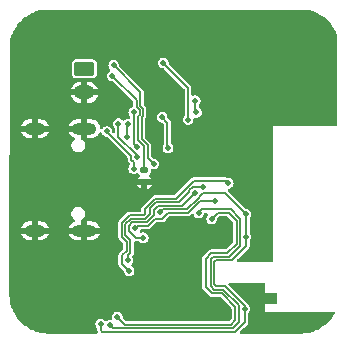
<source format=gbl>
G04 #@! TF.GenerationSoftware,KiCad,Pcbnew,8.0.2*
G04 #@! TF.CreationDate,2024-05-26T21:31:59+02:00*
G04 #@! TF.ProjectId,ESP32-C3,45535033-322d-4433-932e-6b696361645f,rev?*
G04 #@! TF.SameCoordinates,Original*
G04 #@! TF.FileFunction,Copper,L2,Bot*
G04 #@! TF.FilePolarity,Positive*
%FSLAX46Y46*%
G04 Gerber Fmt 4.6, Leading zero omitted, Abs format (unit mm)*
G04 Created by KiCad (PCBNEW 8.0.2) date 2024-05-26 21:31:59*
%MOMM*%
%LPD*%
G01*
G04 APERTURE LIST*
G04 Aperture macros list*
%AMRoundRect*
0 Rectangle with rounded corners*
0 $1 Rounding radius*
0 $2 $3 $4 $5 $6 $7 $8 $9 X,Y pos of 4 corners*
0 Add a 4 corners polygon primitive as box body*
4,1,4,$2,$3,$4,$5,$6,$7,$8,$9,$2,$3,0*
0 Add four circle primitives for the rounded corners*
1,1,$1+$1,$2,$3*
1,1,$1+$1,$4,$5*
1,1,$1+$1,$6,$7*
1,1,$1+$1,$8,$9*
0 Add four rect primitives between the rounded corners*
20,1,$1+$1,$2,$3,$4,$5,0*
20,1,$1+$1,$4,$5,$6,$7,0*
20,1,$1+$1,$6,$7,$8,$9,0*
20,1,$1+$1,$8,$9,$2,$3,0*%
G04 Aperture macros list end*
G04 #@! TA.AperFunction,ComponentPad*
%ADD10O,2.100000X1.000000*%
G04 #@! TD*
G04 #@! TA.AperFunction,ComponentPad*
%ADD11O,1.800000X1.000000*%
G04 #@! TD*
G04 #@! TA.AperFunction,ComponentPad*
%ADD12R,0.500000X0.900000*%
G04 #@! TD*
G04 #@! TA.AperFunction,ComponentPad*
%ADD13RoundRect,0.250000X-0.625000X0.350000X-0.625000X-0.350000X0.625000X-0.350000X0.625000X0.350000X0*%
G04 #@! TD*
G04 #@! TA.AperFunction,ComponentPad*
%ADD14O,1.750000X1.200000*%
G04 #@! TD*
G04 #@! TA.AperFunction,SMDPad,CuDef*
%ADD15RoundRect,0.135000X-0.185000X0.135000X-0.185000X-0.135000X0.185000X-0.135000X0.185000X0.135000X0*%
G04 #@! TD*
G04 #@! TA.AperFunction,ViaPad*
%ADD16C,0.500000*%
G04 #@! TD*
G04 #@! TA.AperFunction,Conductor*
%ADD17C,0.150000*%
G04 #@! TD*
G04 #@! TA.AperFunction,Conductor*
%ADD18C,0.200000*%
G04 #@! TD*
G04 APERTURE END LIST*
D10*
G04 #@! TO.P,U1,S1,SHIELD*
G04 #@! TO.N,GND*
X39400000Y5030000D03*
D11*
X35220000Y5030000D03*
D10*
X39400000Y-3610000D03*
D11*
X35220000Y-3610000D03*
G04 #@! TD*
D12*
G04 #@! TO.P,AE1,2,GND*
G04 #@! TO.N,GND*
X55500000Y-9350000D03*
G04 #@! TD*
D13*
G04 #@! TO.P,J2,1,Pin_1*
G04 #@! TO.N,+BATT*
X39420000Y10100000D03*
D14*
G04 #@! TO.P,J2,2,Pin_2*
G04 #@! TO.N,GND*
X39420000Y8100000D03*
G04 #@! TD*
D15*
G04 #@! TO.P,R13,1*
G04 #@! TO.N,Net-(R12-Pad2)*
X44500000Y1510000D03*
G04 #@! TO.P,R13,2*
G04 #@! TO.N,GND*
X44500000Y490000D03*
G04 #@! TD*
D16*
G04 #@! TO.N,GND*
X57900000Y9100000D03*
X33700000Y9100000D03*
X52100000Y9400000D03*
X54000000Y-11650000D03*
X45800000Y8700000D03*
X46700000Y-6300000D03*
X57900000Y12500000D03*
X57900000Y5700000D03*
X54400000Y-4400000D03*
X38700000Y-5700000D03*
X33700000Y2300000D03*
X46700000Y-4600000D03*
X57900000Y14700000D03*
X54500000Y2300000D03*
X60550000Y11000000D03*
X48400000Y-4600000D03*
X45400000Y-150000D03*
X49700000Y7400000D03*
X51100000Y14700000D03*
X33700000Y12500000D03*
X54000000Y-9900000D03*
X50850000Y-10950000D03*
X51700000Y-4300000D03*
X33700000Y5700000D03*
X54500000Y-1100000D03*
X47600000Y700000D03*
X57240000Y-11650000D03*
X60550000Y8350000D03*
X54500000Y5700000D03*
X48400000Y-6300000D03*
X60550000Y5700000D03*
X46500000Y12700000D03*
X33700000Y-1100000D03*
X45000000Y-9300000D03*
X49000000Y11700000D03*
X45600000Y12700000D03*
X43600000Y12200000D03*
X46800000Y7700000D03*
X54500000Y14700000D03*
X51600000Y-10600000D03*
X54000000Y-8250000D03*
G04 #@! TO.N,NPGOOD*
X43600000Y1650000D03*
X41313629Y4800000D03*
G04 #@! TO.N,NCHG*
X43700000Y-3400000D03*
X50500000Y-1100000D03*
G04 #@! TO.N,+3.3V*
X53100000Y-2200000D03*
X40800000Y-11500000D03*
X53100000Y-4100000D03*
X48900000Y6400000D03*
X45800000Y-2050000D03*
X43100000Y5400000D03*
X43000000Y4300000D03*
X53000000Y-10200000D03*
X48800000Y7400000D03*
G04 #@! TO.N,Net-(R12-Pad2)*
X41800000Y9500000D03*
G04 #@! TO.N,MCU_SCL*
X50200000Y-2600000D03*
X42200000Y-10900000D03*
G04 #@! TO.N,NCE*
X43600000Y6400000D03*
X43850000Y3500000D03*
G04 #@! TO.N,TMR*
X45300000Y2050000D03*
X41900000Y10400000D03*
G04 #@! TO.N,EN1*
X46500000Y3400000D03*
X46000000Y6000000D03*
G04 #@! TO.N,EN2*
X42300000Y5450000D03*
X43850000Y2600000D03*
G04 #@! TO.N,TD*
X46100000Y10600000D03*
X48200000Y5800000D03*
G04 #@! TO.N,MCU_SDA*
X41600000Y-11600000D03*
X49100000Y-2100000D03*
G04 #@! TO.N,Gr\u00FCn*
X43200000Y-7000000D03*
X51600000Y400000D03*
G04 #@! TO.N,Blau*
X49500000Y100000D03*
X43100000Y-6100000D03*
G04 #@! TO.N,Rot*
X44400000Y-4200000D03*
X48800000Y-400000D03*
G04 #@! TD*
D17*
G04 #@! TO.N,NPGOOD*
X43600000Y1650000D02*
X43600000Y2178248D01*
X41313629Y4786371D02*
X41313629Y4800000D01*
X43375000Y2725000D02*
X41313629Y4786371D01*
X43375000Y2403248D02*
X43375000Y2725000D01*
X43600000Y2178248D02*
X43375000Y2403248D01*
G04 #@! TO.N,NCHG*
X48221015Y-2075000D02*
X49196015Y-1100000D01*
X43925000Y-3175000D02*
X44813908Y-3175000D01*
X46525000Y-2075000D02*
X48221015Y-2075000D01*
X44813908Y-3175000D02*
X45388908Y-2600000D01*
X46000000Y-2600000D02*
X46525000Y-2075000D01*
X45388908Y-2600000D02*
X46000000Y-2600000D01*
X43700000Y-3400000D02*
X43925000Y-3175000D01*
X49196015Y-1100000D02*
X50500000Y-1100000D01*
D18*
G04 #@! TO.N,+3.3V*
X51300000Y-8300000D02*
X50575736Y-8300000D01*
X50400000Y-8124264D02*
X50400000Y-6275736D01*
X48900000Y6400000D02*
X48800000Y6500000D01*
X53100000Y-2200000D02*
X53100000Y-4100000D01*
X51350000Y-450000D02*
X53100000Y-2200000D01*
X49300000Y-600000D02*
X49450000Y-450000D01*
X40800000Y-12000000D02*
X40800000Y-11500000D01*
X53100000Y-4900000D02*
X53100000Y-4100000D01*
X49300000Y-607107D02*
X49300000Y-600000D01*
X52150000Y-12150000D02*
X40950000Y-12150000D01*
X49450000Y-450000D02*
X51350000Y-450000D01*
X46050000Y-1800000D02*
X48100000Y-1800000D01*
X49007107Y-900000D02*
X49300000Y-607107D01*
X48800000Y6500000D02*
X48800000Y7400000D01*
X51900000Y-6100000D02*
X53100000Y-4900000D01*
X40950000Y-12150000D02*
X40800000Y-12000000D01*
X48100000Y-1800000D02*
X49000000Y-900000D01*
X50575736Y-8300000D02*
X50400000Y-8124264D01*
X53000000Y-11300000D02*
X52150000Y-12150000D01*
X43000000Y5300000D02*
X43100000Y5400000D01*
X50400000Y-6275736D02*
X50575736Y-6100000D01*
X50575736Y-6100000D02*
X51900000Y-6100000D01*
X53000000Y-10200000D02*
X53000000Y-10000000D01*
X43000000Y4300000D02*
X43000000Y5300000D01*
X49000000Y-900000D02*
X49007107Y-900000D01*
X53000000Y-10000000D02*
X51300000Y-8300000D01*
X45800000Y-2050000D02*
X46050000Y-1800000D01*
X53000000Y-10200000D02*
X53000000Y-11300000D01*
G04 #@! TO.N,Net-(R12-Pad2)*
X44500000Y3557107D02*
X44500000Y1510000D01*
X43850000Y7450000D02*
X43850000Y6857107D01*
X41800000Y9500000D02*
X43850000Y7450000D01*
X44000000Y6092893D02*
X44000000Y4057107D01*
X44000000Y4057107D02*
X44500000Y3557107D01*
X44100000Y6607107D02*
X44100000Y6192893D01*
X44100000Y6192893D02*
X44000000Y6092893D01*
X43850000Y6857107D02*
X44100000Y6607107D01*
G04 #@! TO.N,MCU_SCL*
X42850000Y-11550000D02*
X51850000Y-11550000D01*
X50175736Y-5500000D02*
X51500000Y-5500000D01*
X51850000Y-11550000D02*
X52200000Y-11200000D01*
X42200000Y-10900000D02*
X42850000Y-11550000D01*
X52300000Y-4700000D02*
X52300000Y-2750000D01*
X51500000Y-5500000D02*
X52300000Y-4700000D01*
X51650000Y-2100000D02*
X50700000Y-2100000D01*
X52300000Y-2750000D02*
X51650000Y-2100000D01*
X52200000Y-11200000D02*
X52200000Y-10048528D01*
X49700000Y-5975736D02*
X50175736Y-5500000D01*
X51051472Y-8900000D02*
X50200000Y-8900000D01*
X49700000Y-8400000D02*
X49700000Y-5975736D01*
X50700000Y-2100000D02*
X50200000Y-2600000D01*
X52200000Y-10048528D02*
X51051472Y-8900000D01*
X50200000Y-8900000D02*
X49700000Y-8400000D01*
D17*
G04 #@! TO.N,NCE*
X43850000Y3500000D02*
X43600000Y3750000D01*
X43600000Y3750000D02*
X43600000Y6400000D01*
G04 #@! TO.N,TMR*
X44150000Y6946015D02*
X44150000Y8150000D01*
X45300000Y2050000D02*
X44775000Y2575000D01*
X44275000Y4171015D02*
X44275000Y5978984D01*
X44150000Y8150000D02*
X41900000Y10400000D01*
X44375000Y6078984D02*
X44375000Y6721015D01*
X44375000Y6721015D02*
X44150000Y6946015D01*
X44275000Y5978984D02*
X44375000Y6078984D01*
X44775000Y2575000D02*
X44775000Y3671015D01*
X44775000Y3671015D02*
X44275000Y4171015D01*
D18*
G04 #@! TO.N,EN1*
X46500000Y3400000D02*
X46450000Y3450000D01*
X46450000Y5550000D02*
X46000000Y6000000D01*
X46450000Y3450000D02*
X46450000Y5550000D01*
D17*
G04 #@! TO.N,EN2*
X43850000Y2778248D02*
X43850000Y2600000D01*
X42300000Y5450000D02*
X42300000Y4328248D01*
X42300000Y4328248D02*
X43850000Y2778248D01*
G04 #@! TO.N,TD*
X48200000Y5800000D02*
X48200000Y8500000D01*
X48200000Y8500000D02*
X46100000Y10600000D01*
D18*
G04 #@! TO.N,MCU_SDA*
X50300000Y-5800000D02*
X51700000Y-5800000D01*
X51175736Y-8600000D02*
X50400000Y-8600000D01*
X52500000Y-11375736D02*
X52500000Y-9924264D01*
X50400000Y-8600000D02*
X50100000Y-8300000D01*
X52600000Y-2600000D02*
X51800000Y-1800000D01*
X52600000Y-4900000D02*
X52600000Y-2600000D01*
X51700000Y-5800000D02*
X52600000Y-4900000D01*
X52025736Y-11850000D02*
X52500000Y-11375736D01*
X51800000Y-1800000D02*
X49400000Y-1800000D01*
X50100000Y-6000000D02*
X50300000Y-5800000D01*
X41850000Y-11850000D02*
X52025736Y-11850000D01*
X41600000Y-11600000D02*
X41850000Y-11850000D01*
X49400000Y-1800000D02*
X49100000Y-2100000D01*
X50100000Y-8300000D02*
X50100000Y-6000000D01*
X52500000Y-9924264D02*
X51175736Y-8600000D01*
G04 #@! TO.N,Gr\u00FCn*
X42600000Y-4124264D02*
X43000000Y-4524264D01*
X51400000Y600000D02*
X48668629Y600000D01*
X51600000Y400000D02*
X51400000Y600000D01*
X48668629Y600000D02*
X47168629Y-900000D01*
X43000000Y-5300000D02*
X42600000Y-5700000D01*
X44451472Y-2300000D02*
X43244365Y-2300000D01*
X43000000Y-4524264D02*
X43000000Y-5300000D01*
X47168629Y-900000D02*
X45394365Y-900000D01*
X44525736Y-2225736D02*
X44451472Y-2300000D01*
X42600000Y-6400000D02*
X43200000Y-7000000D01*
X42600000Y-5700000D02*
X42600000Y-6400000D01*
X43244365Y-2300000D02*
X42600000Y-2944365D01*
X42600000Y-2944365D02*
X42600000Y-4124264D01*
X44525736Y-1768629D02*
X44525736Y-2225736D01*
X45394365Y-900000D02*
X44525736Y-1768629D01*
G04 #@! TO.N,Blau*
X48300000Y-192893D02*
X48592893Y100000D01*
X42900000Y-4000000D02*
X42900000Y-3068629D01*
X43300000Y-5500000D02*
X43300000Y-4400000D01*
X48592893Y100000D02*
X49500000Y100000D01*
X48300000Y-300000D02*
X48300000Y-192893D01*
X45000000Y-1718629D02*
X45518629Y-1200000D01*
X45000000Y-2175736D02*
X45000000Y-1718629D01*
X42900000Y-3068629D02*
X43368629Y-2600000D01*
X43100000Y-5700000D02*
X43300000Y-5500000D01*
X43100000Y-6100000D02*
X43100000Y-5700000D01*
X43368629Y-2600000D02*
X44575736Y-2600000D01*
X45518629Y-1200000D02*
X47400000Y-1200000D01*
X44575736Y-2600000D02*
X45000000Y-2175736D01*
X43300000Y-4400000D02*
X42900000Y-4000000D01*
X47400000Y-1200000D02*
X48300000Y-300000D01*
G04 #@! TO.N,Rot*
X45642893Y-1500000D02*
X47700000Y-1500000D01*
X43200000Y-3607107D02*
X43200000Y-3192893D01*
X43792893Y-4200000D02*
X43200000Y-3607107D01*
X47700000Y-1500000D02*
X48800000Y-400000D01*
X45300000Y-2300000D02*
X45300000Y-1842893D01*
X44400000Y-4200000D02*
X43792893Y-4200000D01*
X44700000Y-2900000D02*
X45300000Y-2300000D01*
X45300000Y-1842893D02*
X45642893Y-1500000D01*
X43492893Y-2900000D02*
X44700000Y-2900000D01*
X43200000Y-3192893D02*
X43492893Y-2900000D01*
G04 #@! TD*
G04 #@! TA.AperFunction,Conductor*
G04 #@! TO.N,GND*
G36*
X57698433Y15117218D02*
G01*
X57710423Y15117218D01*
X57747046Y15117218D01*
X57753556Y15117047D01*
X57780133Y15115650D01*
X58087180Y15099506D01*
X58100103Y15098143D01*
X58426829Y15046222D01*
X58439543Y15043510D01*
X58759024Y14957613D01*
X58771374Y14953587D01*
X59080096Y14834657D01*
X59091966Y14829352D01*
X59161207Y14793938D01*
X59386495Y14678711D01*
X59397760Y14672181D01*
X59674851Y14491495D01*
X59685370Y14483820D01*
X59941999Y14275063D01*
X59951648Y14266333D01*
X60184973Y14031811D01*
X60193648Y14022123D01*
X60401085Y13764435D01*
X60408707Y13753877D01*
X60587979Y13475853D01*
X60594451Y13464554D01*
X60737909Y13180491D01*
X60743580Y13169263D01*
X60748824Y13157365D01*
X60803034Y13014468D01*
X60811095Y12970915D01*
X60837200Y5374426D01*
X60817746Y5307319D01*
X60765100Y5261383D01*
X60713201Y5250000D01*
X55400000Y5250000D01*
X55400000Y-6126000D01*
X55380315Y-6193039D01*
X55327511Y-6238794D01*
X55276000Y-6250000D01*
X52474333Y-6250000D01*
X52407294Y-6230315D01*
X52361539Y-6177511D01*
X52351595Y-6108353D01*
X52380620Y-6044797D01*
X52386652Y-6038319D01*
X52840967Y-5584004D01*
X53340460Y-5084511D01*
X53352879Y-5063000D01*
X53377713Y-5019987D01*
X53377716Y-5019981D01*
X53377988Y-5019508D01*
X53380021Y-5015989D01*
X53400500Y-4939562D01*
X53400500Y-4487386D01*
X53420185Y-4420347D01*
X53430778Y-4406194D01*
X53482882Y-4346063D01*
X53536697Y-4228226D01*
X53555133Y-4100000D01*
X53536697Y-3971774D01*
X53482882Y-3853937D01*
X53482880Y-3853935D01*
X53482879Y-3853932D01*
X53430786Y-3793812D01*
X53401762Y-3730256D01*
X53400500Y-3712611D01*
X53400500Y-2587386D01*
X53420185Y-2520347D01*
X53430778Y-2506194D01*
X53482882Y-2446063D01*
X53536697Y-2328226D01*
X53555133Y-2200000D01*
X53536697Y-2071774D01*
X53482882Y-1953937D01*
X53398049Y-1856033D01*
X53289069Y-1785996D01*
X53289065Y-1785994D01*
X53289064Y-1785994D01*
X53164774Y-1749500D01*
X53164772Y-1749500D01*
X53125833Y-1749500D01*
X53058794Y-1729815D01*
X53038152Y-1713181D01*
X51587002Y-262031D01*
X51553517Y-200708D01*
X51558501Y-131016D01*
X51600373Y-75083D01*
X51657039Y-51612D01*
X51664773Y-50500D01*
X51740632Y-28226D01*
X51789069Y-14004D01*
X51898049Y56033D01*
X51982882Y153937D01*
X52036697Y271774D01*
X52055133Y400000D01*
X52036697Y528226D01*
X51982882Y646063D01*
X51898049Y743967D01*
X51789069Y814004D01*
X51789065Y814006D01*
X51789064Y814006D01*
X51664774Y850500D01*
X51664772Y850500D01*
X51600347Y850500D01*
X51538346Y867113D01*
X51515990Y880021D01*
X51490513Y886848D01*
X51439562Y900500D01*
X48629067Y900500D01*
X48590853Y890261D01*
X48552638Y880021D01*
X48518552Y860341D01*
X48501508Y850500D01*
X48501506Y850500D01*
X48501506Y850499D01*
X48484121Y840463D01*
X48484116Y840459D01*
X47080477Y-563181D01*
X47019154Y-596666D01*
X46992796Y-599500D01*
X45354803Y-599500D01*
X45316589Y-609739D01*
X45278374Y-619979D01*
X45244288Y-639659D01*
X45227244Y-649500D01*
X45227242Y-649500D01*
X45227242Y-649501D01*
X45209857Y-659537D01*
X45209852Y-659541D01*
X44285277Y-1584116D01*
X44285271Y-1584124D01*
X44245718Y-1652633D01*
X44245715Y-1652638D01*
X44225236Y-1729068D01*
X44225236Y-1875500D01*
X44205551Y-1942539D01*
X44152747Y-1988294D01*
X44101236Y-1999500D01*
X43204803Y-1999500D01*
X43128375Y-2019978D01*
X43059854Y-2059540D01*
X43059851Y-2059542D01*
X42359541Y-2759852D01*
X42359535Y-2759860D01*
X42319982Y-2828369D01*
X42319979Y-2828374D01*
X42306326Y-2879327D01*
X42299500Y-2904803D01*
X42299500Y-4163826D01*
X42309193Y-4200000D01*
X42319979Y-4240254D01*
X42319982Y-4240259D01*
X42359535Y-4308768D01*
X42359541Y-4308776D01*
X42663181Y-4612416D01*
X42696666Y-4673739D01*
X42699500Y-4700097D01*
X42699500Y-5124167D01*
X42679815Y-5191206D01*
X42663181Y-5211848D01*
X42359541Y-5515487D01*
X42359535Y-5515495D01*
X42319982Y-5584004D01*
X42319979Y-5584009D01*
X42311410Y-5615989D01*
X42299500Y-5660438D01*
X42299500Y-6439562D01*
X42313152Y-6490513D01*
X42319979Y-6515990D01*
X42319982Y-6515995D01*
X42359535Y-6584504D01*
X42359541Y-6584512D01*
X42710618Y-6935589D01*
X42744103Y-6996912D01*
X42745675Y-7005623D01*
X42763302Y-7128225D01*
X42817117Y-7246061D01*
X42817118Y-7246063D01*
X42901951Y-7343967D01*
X43010931Y-7414004D01*
X43135225Y-7450499D01*
X43135227Y-7450500D01*
X43135228Y-7450500D01*
X43264773Y-7450500D01*
X43264773Y-7450499D01*
X43389069Y-7414004D01*
X43498049Y-7343967D01*
X43582882Y-7246063D01*
X43636697Y-7128226D01*
X43655133Y-7000000D01*
X43636697Y-6871774D01*
X43582882Y-6753937D01*
X43498049Y-6656033D01*
X43498048Y-6656032D01*
X43436174Y-6616268D01*
X43390420Y-6563464D01*
X43380476Y-6494306D01*
X43409501Y-6430751D01*
X43482879Y-6346067D01*
X43482879Y-6346065D01*
X43482882Y-6346063D01*
X43536697Y-6228226D01*
X43555133Y-6100000D01*
X43536697Y-5971774D01*
X43520439Y-5936174D01*
X43483582Y-5855469D01*
X43473638Y-5786310D01*
X43502663Y-5722754D01*
X43508696Y-5716275D01*
X43540457Y-5684514D01*
X43540457Y-5684513D01*
X43540460Y-5684511D01*
X43580022Y-5615988D01*
X43600500Y-5539562D01*
X43600500Y-5460438D01*
X43600500Y-4621148D01*
X43620185Y-4554109D01*
X43672989Y-4508354D01*
X43742147Y-4498410D01*
X43750542Y-4500132D01*
X43753330Y-4500499D01*
X43753331Y-4500500D01*
X44007657Y-4500500D01*
X44074696Y-4520185D01*
X44101369Y-4543296D01*
X44101949Y-4543965D01*
X44101951Y-4543967D01*
X44210931Y-4614004D01*
X44235262Y-4621148D01*
X44335225Y-4650499D01*
X44335227Y-4650500D01*
X44335228Y-4650500D01*
X44464773Y-4650500D01*
X44464773Y-4650499D01*
X44589069Y-4614004D01*
X44698049Y-4543967D01*
X44782882Y-4446063D01*
X44836697Y-4328226D01*
X44855133Y-4200000D01*
X44836697Y-4071774D01*
X44782882Y-3953937D01*
X44698049Y-3856033D01*
X44589069Y-3785996D01*
X44589065Y-3785994D01*
X44589064Y-3785994D01*
X44464774Y-3749500D01*
X44464772Y-3749500D01*
X44335228Y-3749500D01*
X44249772Y-3774591D01*
X44179903Y-3774590D01*
X44121125Y-3736815D01*
X44092101Y-3673258D01*
X44102044Y-3604103D01*
X44136697Y-3528226D01*
X44136697Y-3528223D01*
X44139089Y-3522987D01*
X44184845Y-3470184D01*
X44251883Y-3450500D01*
X44868707Y-3450500D01*
X44868708Y-3450500D01*
X44969966Y-3408557D01*
X45047465Y-3331058D01*
X45047464Y-3331058D01*
X45106024Y-3272498D01*
X45466706Y-2911816D01*
X45528028Y-2878334D01*
X45554386Y-2875500D01*
X46054799Y-2875500D01*
X46054800Y-2875500D01*
X46156058Y-2833557D01*
X46233557Y-2756058D01*
X46233556Y-2756058D01*
X46292116Y-2697498D01*
X46602798Y-2386817D01*
X46664120Y-2353334D01*
X46690478Y-2350500D01*
X48275814Y-2350500D01*
X48275815Y-2350500D01*
X48377073Y-2308557D01*
X48454572Y-2231058D01*
X48472467Y-2213163D01*
X48533790Y-2179678D01*
X48603482Y-2184662D01*
X48659415Y-2226534D01*
X48672941Y-2249331D01*
X48717118Y-2346063D01*
X48801951Y-2443967D01*
X48910931Y-2514004D01*
X49035225Y-2550499D01*
X49035227Y-2550500D01*
X49035228Y-2550500D01*
X49164773Y-2550500D01*
X49164773Y-2550499D01*
X49289069Y-2514004D01*
X49398049Y-2443967D01*
X49482882Y-2346063D01*
X49536697Y-2228226D01*
X49539770Y-2206853D01*
X49568795Y-2143297D01*
X49627573Y-2105523D01*
X49662508Y-2100500D01*
X49765199Y-2100500D01*
X49832238Y-2120185D01*
X49877993Y-2172989D01*
X49887937Y-2242147D01*
X49858913Y-2305702D01*
X49817118Y-2353936D01*
X49817117Y-2353938D01*
X49763302Y-2471774D01*
X49744867Y-2600000D01*
X49763302Y-2728225D01*
X49811933Y-2834710D01*
X49817118Y-2846063D01*
X49901951Y-2943967D01*
X50010931Y-3014004D01*
X50135225Y-3050499D01*
X50135227Y-3050500D01*
X50135228Y-3050500D01*
X50264773Y-3050500D01*
X50264773Y-3050499D01*
X50389069Y-3014004D01*
X50498049Y-2943967D01*
X50582882Y-2846063D01*
X50636697Y-2728226D01*
X50654324Y-2605621D01*
X50683349Y-2542067D01*
X50689365Y-2535604D01*
X50788153Y-2436818D01*
X50849476Y-2403334D01*
X50875833Y-2400500D01*
X51474167Y-2400500D01*
X51541206Y-2420185D01*
X51561848Y-2436819D01*
X51963181Y-2838152D01*
X51996666Y-2899475D01*
X51999500Y-2925833D01*
X51999500Y-4524167D01*
X51979815Y-4591206D01*
X51963181Y-4611848D01*
X51411848Y-5163181D01*
X51350525Y-5196666D01*
X51324167Y-5199500D01*
X50136174Y-5199500D01*
X50097960Y-5209739D01*
X50059745Y-5219979D01*
X50059740Y-5219982D01*
X49991231Y-5259535D01*
X49991223Y-5259541D01*
X49459541Y-5791223D01*
X49459535Y-5791231D01*
X49419982Y-5859740D01*
X49419979Y-5859745D01*
X49406326Y-5910698D01*
X49399500Y-5936174D01*
X49399500Y-8439562D01*
X49419979Y-8515989D01*
X49445641Y-8560437D01*
X49445643Y-8560439D01*
X49459542Y-8584514D01*
X49459543Y-8584515D01*
X49775029Y-8900000D01*
X50015489Y-9140460D01*
X50084012Y-9180022D01*
X50160438Y-9200500D01*
X50875639Y-9200500D01*
X50942678Y-9220185D01*
X50963320Y-9236819D01*
X51863181Y-10136680D01*
X51896666Y-10198003D01*
X51899500Y-10224361D01*
X51899500Y-11024167D01*
X51879815Y-11091206D01*
X51863181Y-11111848D01*
X51761848Y-11213181D01*
X51700525Y-11246666D01*
X51674167Y-11249500D01*
X43025833Y-11249500D01*
X42958794Y-11229815D01*
X42938152Y-11213181D01*
X42689381Y-10964410D01*
X42655896Y-10903087D01*
X42654324Y-10894375D01*
X42636697Y-10771774D01*
X42600400Y-10692296D01*
X42582882Y-10653937D01*
X42498049Y-10556033D01*
X42389069Y-10485996D01*
X42389065Y-10485994D01*
X42389064Y-10485994D01*
X42264774Y-10449500D01*
X42264772Y-10449500D01*
X42135228Y-10449500D01*
X42135226Y-10449500D01*
X42010935Y-10485994D01*
X42010932Y-10485995D01*
X42010931Y-10485996D01*
X41959677Y-10518934D01*
X41901950Y-10556033D01*
X41817118Y-10653937D01*
X41817117Y-10653938D01*
X41763302Y-10771774D01*
X41745676Y-10894375D01*
X41744867Y-10900000D01*
X41748658Y-10926370D01*
X41760374Y-11007853D01*
X41750430Y-11077011D01*
X41704675Y-11129815D01*
X41637636Y-11149500D01*
X41535226Y-11149500D01*
X41410933Y-11185994D01*
X41410932Y-11185994D01*
X41317026Y-11246344D01*
X41249987Y-11266028D01*
X41182948Y-11246343D01*
X41156274Y-11223229D01*
X41098051Y-11156034D01*
X41077301Y-11142699D01*
X40989069Y-11085996D01*
X40989065Y-11085994D01*
X40989064Y-11085994D01*
X40864774Y-11049500D01*
X40864772Y-11049500D01*
X40735228Y-11049500D01*
X40735226Y-11049500D01*
X40610935Y-11085994D01*
X40610932Y-11085995D01*
X40610931Y-11085996D01*
X40559677Y-11118934D01*
X40501950Y-11156033D01*
X40417118Y-11253937D01*
X40417117Y-11253938D01*
X40363302Y-11371774D01*
X40344867Y-11500000D01*
X40363302Y-11628225D01*
X40391689Y-11690382D01*
X40417118Y-11746063D01*
X40469214Y-11806186D01*
X40498238Y-11869738D01*
X40499500Y-11887386D01*
X40499500Y-12039562D01*
X40509739Y-12077775D01*
X40519979Y-12115991D01*
X40519980Y-12115992D01*
X40533048Y-12138626D01*
X40549521Y-12206526D01*
X40526669Y-12272553D01*
X40471748Y-12315743D01*
X40425661Y-12324626D01*
X36378122Y-12324626D01*
X36371632Y-12324456D01*
X36036472Y-12306889D01*
X36023563Y-12305532D01*
X35695294Y-12253537D01*
X35682600Y-12250839D01*
X35540904Y-12212871D01*
X35361551Y-12164812D01*
X35349208Y-12160801D01*
X35038918Y-12041691D01*
X35027061Y-12036412D01*
X34980243Y-12012557D01*
X34742699Y-11891521D01*
X34730916Y-11885517D01*
X34719676Y-11879027D01*
X34440936Y-11698011D01*
X34430435Y-11690382D01*
X34172131Y-11481211D01*
X34162486Y-11472526D01*
X33927473Y-11237513D01*
X33918788Y-11227868D01*
X33709617Y-10969564D01*
X33701988Y-10959063D01*
X33520970Y-10680319D01*
X33514482Y-10669083D01*
X33363582Y-10372927D01*
X33358312Y-10361092D01*
X33239198Y-10050791D01*
X33235187Y-10038448D01*
X33212542Y-9953937D01*
X33149156Y-9717385D01*
X33146464Y-9704717D01*
X33094465Y-9376419D01*
X33093111Y-9363543D01*
X33075544Y-9028385D01*
X33075375Y-9021856D01*
X33075388Y-8985211D01*
X33077371Y-3359999D01*
X34057639Y-3359999D01*
X34057639Y-3360000D01*
X34653012Y-3360000D01*
X34635795Y-3369940D01*
X34579940Y-3425795D01*
X34540444Y-3494204D01*
X34520000Y-3570504D01*
X34520000Y-3649496D01*
X34540444Y-3725796D01*
X34579940Y-3794205D01*
X34635795Y-3850060D01*
X34653012Y-3860000D01*
X34057639Y-3860000D01*
X34111047Y-3988938D01*
X34111052Y-3988948D01*
X34198598Y-4119969D01*
X34198601Y-4119973D01*
X34310026Y-4231398D01*
X34310030Y-4231401D01*
X34441051Y-4318947D01*
X34441060Y-4318952D01*
X34586648Y-4379256D01*
X34586656Y-4379258D01*
X34741202Y-4409999D01*
X34741206Y-4410000D01*
X34970000Y-4410000D01*
X34970000Y-3910000D01*
X35470000Y-3910000D01*
X35470000Y-4410000D01*
X35698794Y-4410000D01*
X35698797Y-4409999D01*
X35853343Y-4379258D01*
X35853351Y-4379256D01*
X35998939Y-4318952D01*
X35998948Y-4318947D01*
X36129969Y-4231401D01*
X36129973Y-4231398D01*
X36241398Y-4119973D01*
X36241401Y-4119969D01*
X36328947Y-3988948D01*
X36328952Y-3988938D01*
X36382361Y-3860000D01*
X35786988Y-3860000D01*
X35804205Y-3850060D01*
X35860060Y-3794205D01*
X35899556Y-3725796D01*
X35920000Y-3649496D01*
X35920000Y-3570504D01*
X35899556Y-3494204D01*
X35860060Y-3425795D01*
X35804205Y-3369940D01*
X35786988Y-3360000D01*
X36382361Y-3360000D01*
X36382360Y-3359999D01*
X38087639Y-3359999D01*
X38087639Y-3360000D01*
X38683012Y-3360000D01*
X38665795Y-3369940D01*
X38609940Y-3425795D01*
X38570444Y-3494204D01*
X38550000Y-3570504D01*
X38550000Y-3649496D01*
X38570444Y-3725796D01*
X38609940Y-3794205D01*
X38665795Y-3850060D01*
X38683012Y-3860000D01*
X38087639Y-3860000D01*
X38141047Y-3988938D01*
X38141052Y-3988948D01*
X38228598Y-4119969D01*
X38228601Y-4119973D01*
X38340026Y-4231398D01*
X38340030Y-4231401D01*
X38471051Y-4318947D01*
X38471060Y-4318952D01*
X38616648Y-4379256D01*
X38616656Y-4379258D01*
X38771202Y-4409999D01*
X38771206Y-4410000D01*
X39150000Y-4410000D01*
X39150000Y-3910000D01*
X39650000Y-3910000D01*
X39650000Y-4410000D01*
X40028794Y-4410000D01*
X40028797Y-4409999D01*
X40183343Y-4379258D01*
X40183351Y-4379256D01*
X40328939Y-4318952D01*
X40328948Y-4318947D01*
X40459969Y-4231401D01*
X40459973Y-4231398D01*
X40571398Y-4119973D01*
X40571401Y-4119969D01*
X40658947Y-3988948D01*
X40658952Y-3988938D01*
X40712361Y-3860000D01*
X40116988Y-3860000D01*
X40134205Y-3850060D01*
X40190060Y-3794205D01*
X40229556Y-3725796D01*
X40250000Y-3649496D01*
X40250000Y-3570504D01*
X40229556Y-3494204D01*
X40190060Y-3425795D01*
X40134205Y-3369940D01*
X40116988Y-3360000D01*
X40712361Y-3360000D01*
X40712360Y-3359999D01*
X40658952Y-3231061D01*
X40658947Y-3231051D01*
X40571401Y-3100030D01*
X40571398Y-3100026D01*
X40459973Y-2988601D01*
X40459969Y-2988598D01*
X40328948Y-2901052D01*
X40328939Y-2901047D01*
X40183351Y-2840743D01*
X40183343Y-2840741D01*
X40028797Y-2810000D01*
X39650000Y-2810000D01*
X39650000Y-3310000D01*
X39150000Y-3310000D01*
X39150000Y-2777557D01*
X39169685Y-2710518D01*
X39211998Y-2670171D01*
X39256435Y-2644516D01*
X39364516Y-2536435D01*
X39440940Y-2404065D01*
X39480500Y-2256424D01*
X39480500Y-2103576D01*
X39440940Y-1955935D01*
X39364516Y-1823565D01*
X39256435Y-1715484D01*
X39124065Y-1639060D01*
X38976424Y-1599500D01*
X38823576Y-1599500D01*
X38675935Y-1639060D01*
X38675932Y-1639061D01*
X38543568Y-1715482D01*
X38543562Y-1715486D01*
X38435486Y-1823562D01*
X38435482Y-1823568D01*
X38359061Y-1955932D01*
X38359060Y-1955935D01*
X38319500Y-2103576D01*
X38319500Y-2256424D01*
X38359060Y-2404065D01*
X38435484Y-2536435D01*
X38543565Y-2644516D01*
X38554230Y-2650673D01*
X38602446Y-2701238D01*
X38615671Y-2769845D01*
X38589704Y-2834710D01*
X38539685Y-2872622D01*
X38471061Y-2901047D01*
X38471051Y-2901052D01*
X38340030Y-2988598D01*
X38340026Y-2988601D01*
X38228601Y-3100026D01*
X38228598Y-3100030D01*
X38141052Y-3231051D01*
X38141047Y-3231061D01*
X38087639Y-3359999D01*
X36382360Y-3359999D01*
X36328952Y-3231061D01*
X36328947Y-3231051D01*
X36241401Y-3100030D01*
X36241398Y-3100026D01*
X36129973Y-2988601D01*
X36129969Y-2988598D01*
X35998948Y-2901052D01*
X35998939Y-2901047D01*
X35853351Y-2840743D01*
X35853343Y-2840741D01*
X35698797Y-2810000D01*
X35470000Y-2810000D01*
X35470000Y-3310000D01*
X34970000Y-3310000D01*
X34970000Y-2810000D01*
X34741202Y-2810000D01*
X34586656Y-2840741D01*
X34586648Y-2840743D01*
X34441060Y-2901047D01*
X34441051Y-2901052D01*
X34310030Y-2988598D01*
X34310026Y-2988601D01*
X34198601Y-3100026D01*
X34198598Y-3100030D01*
X34111052Y-3231051D01*
X34111047Y-3231061D01*
X34057639Y-3359999D01*
X33077371Y-3359999D01*
X33078641Y240000D01*
X43894378Y240000D01*
X43926065Y149443D01*
X43926066Y149441D01*
X44003934Y43935D01*
X44109438Y-33931D01*
X44233219Y-77244D01*
X44249999Y-78817D01*
X44750000Y-78817D01*
X44766780Y-77244D01*
X44890561Y-33931D01*
X44996065Y43935D01*
X45073933Y149441D01*
X45073934Y149443D01*
X45105621Y240000D01*
X44750000Y240000D01*
X44750000Y-78817D01*
X44249999Y-78817D01*
X44250000Y-78816D01*
X44250000Y240000D01*
X43894378Y240000D01*
X33078641Y240000D01*
X33080418Y5280001D01*
X34057639Y5280001D01*
X34057639Y5280000D01*
X34653012Y5280000D01*
X34635795Y5270060D01*
X34579940Y5214205D01*
X34540444Y5145796D01*
X34520000Y5069496D01*
X34520000Y4990504D01*
X34540444Y4914204D01*
X34579940Y4845795D01*
X34635795Y4789940D01*
X34653012Y4780000D01*
X34057639Y4780000D01*
X34111047Y4651062D01*
X34111052Y4651052D01*
X34198598Y4520031D01*
X34198601Y4520027D01*
X34310026Y4408602D01*
X34310030Y4408599D01*
X34441051Y4321053D01*
X34441060Y4321048D01*
X34586648Y4260744D01*
X34586656Y4260742D01*
X34741202Y4230001D01*
X34741206Y4230000D01*
X34970000Y4230000D01*
X34970000Y4730000D01*
X35470000Y4730000D01*
X35470000Y4230000D01*
X35698794Y4230000D01*
X35698797Y4230001D01*
X35853343Y4260742D01*
X35853351Y4260744D01*
X35998939Y4321048D01*
X35998948Y4321053D01*
X36129969Y4408599D01*
X36129973Y4408602D01*
X36241398Y4520027D01*
X36241401Y4520031D01*
X36328947Y4651052D01*
X36328952Y4651062D01*
X36382361Y4780000D01*
X35786988Y4780000D01*
X35804205Y4789940D01*
X35860060Y4845795D01*
X35899556Y4914204D01*
X35920000Y4990504D01*
X35920000Y5069496D01*
X35899556Y5145796D01*
X35860060Y5214205D01*
X35804205Y5270060D01*
X35786988Y5280000D01*
X36382361Y5280000D01*
X36382360Y5280001D01*
X38087639Y5280001D01*
X38087639Y5280000D01*
X38683012Y5280000D01*
X38665795Y5270060D01*
X38609940Y5214205D01*
X38570444Y5145796D01*
X38550000Y5069496D01*
X38550000Y4990504D01*
X38570444Y4914204D01*
X38609940Y4845795D01*
X38665795Y4789940D01*
X38683012Y4780000D01*
X38087639Y4780000D01*
X38141047Y4651062D01*
X38141052Y4651052D01*
X38228598Y4520031D01*
X38228601Y4520027D01*
X38340026Y4408602D01*
X38340030Y4408599D01*
X38471051Y4321053D01*
X38471064Y4321046D01*
X38539684Y4292623D01*
X38594088Y4248783D01*
X38616153Y4182488D01*
X38598874Y4114789D01*
X38554234Y4070676D01*
X38543568Y4064518D01*
X38543562Y4064514D01*
X38435486Y3956438D01*
X38435482Y3956432D01*
X38359061Y3824068D01*
X38359060Y3824065D01*
X38319500Y3676424D01*
X38319500Y3523576D01*
X38359060Y3375935D01*
X38435484Y3243565D01*
X38543565Y3135484D01*
X38675935Y3059060D01*
X38823576Y3019500D01*
X38823578Y3019500D01*
X38976422Y3019500D01*
X38976424Y3019500D01*
X39124065Y3059060D01*
X39256435Y3135484D01*
X39364516Y3243565D01*
X39440940Y3375935D01*
X39480500Y3523576D01*
X39480500Y3676424D01*
X39440940Y3824065D01*
X39364516Y3956435D01*
X39256435Y4064516D01*
X39211998Y4090172D01*
X39163784Y4140739D01*
X39150000Y4197558D01*
X39150000Y4730000D01*
X39650000Y4730000D01*
X39650000Y4230000D01*
X40028794Y4230000D01*
X40028797Y4230001D01*
X40183343Y4260742D01*
X40183351Y4260744D01*
X40328939Y4321048D01*
X40328948Y4321053D01*
X40459969Y4408599D01*
X40459973Y4408602D01*
X40571398Y4520027D01*
X40571401Y4520031D01*
X40658947Y4651052D01*
X40661821Y4656428D01*
X40663400Y4655584D01*
X40701923Y4703414D01*
X40768211Y4725497D01*
X40835915Y4708236D01*
X40883540Y4657112D01*
X40885465Y4653089D01*
X40903572Y4613441D01*
X40930747Y4553937D01*
X40960130Y4520027D01*
X41007710Y4465115D01*
X41015580Y4456033D01*
X41124560Y4385996D01*
X41248854Y4349501D01*
X41248856Y4349500D01*
X41248857Y4349500D01*
X41309523Y4349500D01*
X41376562Y4329815D01*
X41397204Y4313181D01*
X43063181Y2647204D01*
X43096666Y2585881D01*
X43099500Y2559523D01*
X43099500Y2348446D01*
X43121199Y2296062D01*
X43121198Y2296062D01*
X43141441Y2247193D01*
X43141444Y2247189D01*
X43263359Y2125274D01*
X43296844Y2063951D01*
X43291860Y1994259D01*
X43269392Y1956393D01*
X43239397Y1921775D01*
X43217118Y1896063D01*
X43217117Y1896062D01*
X43163302Y1778226D01*
X43144867Y1650000D01*
X43163302Y1521775D01*
X43174660Y1496905D01*
X43217118Y1403937D01*
X43301951Y1306033D01*
X43410931Y1235996D01*
X43410938Y1235994D01*
X43535225Y1199501D01*
X43535227Y1199500D01*
X43535228Y1199500D01*
X43664773Y1199500D01*
X43664773Y1199501D01*
X43743572Y1222638D01*
X43789063Y1235994D01*
X43789063Y1235995D01*
X43789069Y1235996D01*
X43839355Y1268313D01*
X43906389Y1287996D01*
X43973428Y1268312D01*
X44018771Y1216402D01*
X44035933Y1179598D01*
X44060577Y1154954D01*
X44094062Y1093631D01*
X44089078Y1023939D01*
X44047206Y968006D01*
X44046531Y967504D01*
X44003935Y936066D01*
X43926066Y830560D01*
X43926065Y830558D01*
X43894378Y740001D01*
X43894378Y740000D01*
X45105622Y740000D01*
X45105621Y740001D01*
X45073934Y830558D01*
X45073933Y830560D01*
X44996065Y936066D01*
X44953469Y967503D01*
X44911218Y1023151D01*
X44905761Y1092807D01*
X44938828Y1154356D01*
X44939185Y1154716D01*
X44964065Y1179596D01*
X45014068Y1286827D01*
X45020500Y1335684D01*
X45020500Y1496905D01*
X45040185Y1563944D01*
X45092989Y1609699D01*
X45162147Y1619643D01*
X45179435Y1615882D01*
X45235227Y1599500D01*
X45235228Y1599500D01*
X45364773Y1599500D01*
X45364773Y1599501D01*
X45489069Y1635996D01*
X45598049Y1706033D01*
X45682882Y1803937D01*
X45736697Y1921774D01*
X45755133Y2050000D01*
X45736697Y2178226D01*
X45682882Y2296063D01*
X45598049Y2393967D01*
X45489069Y2464004D01*
X45489065Y2464006D01*
X45489064Y2464006D01*
X45364774Y2500500D01*
X45364772Y2500500D01*
X45290478Y2500500D01*
X45223439Y2520185D01*
X45202797Y2536819D01*
X45086819Y2652797D01*
X45053334Y2714120D01*
X45050500Y2740478D01*
X45050500Y3725814D01*
X45050498Y3725820D01*
X45040276Y3750499D01*
X45040274Y3750502D01*
X45008558Y3827073D01*
X44586819Y4248812D01*
X44553334Y4310135D01*
X44550500Y4336493D01*
X44550500Y5813506D01*
X44570185Y5880545D01*
X44586817Y5901186D01*
X44608557Y5922925D01*
X44630916Y5976905D01*
X44640482Y6000000D01*
X45544867Y6000000D01*
X45563302Y5871775D01*
X45617117Y5753939D01*
X45617118Y5753937D01*
X45701951Y5656033D01*
X45810931Y5585996D01*
X45920117Y5553937D01*
X45935225Y5549501D01*
X45935227Y5549500D01*
X45935228Y5549500D01*
X45974167Y5549500D01*
X46041206Y5529815D01*
X46061848Y5513181D01*
X46113181Y5461848D01*
X46146666Y5400525D01*
X46149500Y5374167D01*
X46149500Y3729683D01*
X46129815Y3662644D01*
X46119215Y3648483D01*
X46117119Y3646065D01*
X46117116Y3646061D01*
X46063302Y3528226D01*
X46044867Y3400000D01*
X46063302Y3271775D01*
X46089043Y3215412D01*
X46117118Y3153937D01*
X46201951Y3056033D01*
X46310931Y2985996D01*
X46435225Y2949501D01*
X46435227Y2949500D01*
X46435228Y2949500D01*
X46564773Y2949500D01*
X46564773Y2949501D01*
X46689069Y2985996D01*
X46798049Y3056033D01*
X46882882Y3153937D01*
X46936697Y3271774D01*
X46955133Y3400000D01*
X46936697Y3528226D01*
X46882882Y3646063D01*
X46798049Y3743967D01*
X46798048Y3743968D01*
X46798047Y3743969D01*
X46793296Y3748086D01*
X46755523Y3806864D01*
X46750500Y3841798D01*
X46750500Y5589561D01*
X46733930Y5651399D01*
X46730021Y5665989D01*
X46726681Y5671774D01*
X46690464Y5734505D01*
X46690458Y5734513D01*
X46489381Y5935590D01*
X46455896Y5996913D01*
X46454324Y6005625D01*
X46451655Y6024186D01*
X46436697Y6128226D01*
X46382882Y6246063D01*
X46298049Y6343967D01*
X46189069Y6414004D01*
X46189065Y6414006D01*
X46189064Y6414006D01*
X46064774Y6450500D01*
X46064772Y6450500D01*
X45935228Y6450500D01*
X45935226Y6450500D01*
X45810935Y6414006D01*
X45810932Y6414005D01*
X45810931Y6414004D01*
X45759677Y6381066D01*
X45701950Y6343967D01*
X45617118Y6246063D01*
X45617117Y6246062D01*
X45563302Y6128226D01*
X45544867Y6000000D01*
X44640482Y6000000D01*
X44650500Y6024184D01*
X44650500Y6775815D01*
X44608557Y6877073D01*
X44608557Y6877074D01*
X44461819Y7023812D01*
X44428334Y7085135D01*
X44425500Y7111493D01*
X44425500Y8204799D01*
X44425498Y8204804D01*
X44383560Y8306056D01*
X44383558Y8306058D01*
X42390787Y10298828D01*
X42357302Y10360151D01*
X42356197Y10391131D01*
X42355133Y10391131D01*
X42355133Y10400000D01*
X42336697Y10528226D01*
X42307969Y10591131D01*
X42303919Y10600000D01*
X45644867Y10600000D01*
X45663302Y10471775D01*
X45696081Y10400000D01*
X45717118Y10353937D01*
X45801951Y10256033D01*
X45910931Y10185996D01*
X46020110Y10153939D01*
X46035225Y10149501D01*
X46035227Y10149500D01*
X46035228Y10149500D01*
X46109523Y10149500D01*
X46176562Y10129815D01*
X46197204Y10113181D01*
X47888181Y8422204D01*
X47921666Y8360881D01*
X47924500Y8334523D01*
X47924500Y6216240D01*
X47904815Y6149201D01*
X47894214Y6135038D01*
X47817118Y6046063D01*
X47817117Y6046062D01*
X47763302Y5928226D01*
X47744867Y5800000D01*
X47763302Y5671775D01*
X47772608Y5651399D01*
X47817118Y5553937D01*
X47901951Y5456033D01*
X48010931Y5385996D01*
X48050336Y5374426D01*
X48135225Y5349501D01*
X48135227Y5349500D01*
X48135228Y5349500D01*
X48264773Y5349500D01*
X48264773Y5349501D01*
X48389069Y5385996D01*
X48498049Y5456033D01*
X48582882Y5553937D01*
X48636697Y5671774D01*
X48655133Y5800000D01*
X48652212Y5820316D01*
X48662153Y5889473D01*
X48707907Y5942278D01*
X48774946Y5961964D01*
X48809882Y5956942D01*
X48835228Y5949500D01*
X48964773Y5949500D01*
X48964773Y5949501D01*
X49089069Y5985996D01*
X49198049Y6056033D01*
X49282882Y6153937D01*
X49336697Y6271774D01*
X49355133Y6400000D01*
X49336697Y6528226D01*
X49282882Y6646063D01*
X49198049Y6743967D01*
X49157459Y6770053D01*
X49111705Y6822858D01*
X49100500Y6874368D01*
X49100500Y7012614D01*
X49120185Y7079653D01*
X49130778Y7093806D01*
X49182882Y7153937D01*
X49236697Y7271774D01*
X49255133Y7400000D01*
X49236697Y7528226D01*
X49182882Y7646063D01*
X49098049Y7743967D01*
X48989069Y7814004D01*
X48989065Y7814006D01*
X48989064Y7814006D01*
X48864774Y7850500D01*
X48864772Y7850500D01*
X48735228Y7850500D01*
X48735226Y7850500D01*
X48634434Y7820906D01*
X48564564Y7820906D01*
X48505786Y7858681D01*
X48476762Y7922237D01*
X48475500Y7939883D01*
X48475500Y8554799D01*
X48475500Y8554800D01*
X48433557Y8656058D01*
X48433557Y8656059D01*
X46590786Y10498829D01*
X46557302Y10560151D01*
X46556197Y10591131D01*
X46555133Y10591131D01*
X46555133Y10600000D01*
X46536697Y10728226D01*
X46482882Y10846062D01*
X46482882Y10846063D01*
X46398049Y10943967D01*
X46289069Y11014004D01*
X46289065Y11014006D01*
X46289064Y11014006D01*
X46164774Y11050500D01*
X46164772Y11050500D01*
X46035228Y11050500D01*
X46035226Y11050500D01*
X45910935Y11014006D01*
X45910932Y11014005D01*
X45910931Y11014004D01*
X45859677Y10981066D01*
X45801950Y10943967D01*
X45717118Y10846063D01*
X45717117Y10846062D01*
X45663302Y10728226D01*
X45644867Y10600000D01*
X42303919Y10600000D01*
X42282882Y10646063D01*
X42198049Y10743967D01*
X42089069Y10814004D01*
X42089065Y10814006D01*
X42089064Y10814006D01*
X41964774Y10850500D01*
X41964772Y10850500D01*
X41835228Y10850500D01*
X41835226Y10850500D01*
X41710935Y10814006D01*
X41710932Y10814005D01*
X41710931Y10814004D01*
X41659677Y10781066D01*
X41601950Y10743967D01*
X41517118Y10646063D01*
X41517117Y10646062D01*
X41463302Y10528226D01*
X41444867Y10400000D01*
X41463302Y10271775D01*
X41517117Y10153939D01*
X41517118Y10153937D01*
X41590499Y10069249D01*
X41619523Y10005693D01*
X41609579Y9936534D01*
X41563825Y9883732D01*
X41501951Y9843968D01*
X41417118Y9746063D01*
X41417117Y9746062D01*
X41363302Y9628226D01*
X41344867Y9500000D01*
X41363302Y9371775D01*
X41395006Y9302354D01*
X41417118Y9253937D01*
X41501951Y9156033D01*
X41610931Y9085996D01*
X41735225Y9049501D01*
X41735227Y9049500D01*
X41735228Y9049500D01*
X41774167Y9049500D01*
X41841206Y9029815D01*
X41861848Y9013181D01*
X43513181Y7361848D01*
X43546666Y7300525D01*
X43549500Y7274167D01*
X43549500Y6947517D01*
X43529815Y6880478D01*
X43477011Y6834723D01*
X43460435Y6828540D01*
X43410934Y6814006D01*
X43301950Y6743967D01*
X43217118Y6646063D01*
X43217117Y6646062D01*
X43163302Y6528226D01*
X43144867Y6400000D01*
X43163302Y6271775D01*
X43188665Y6216240D01*
X43217118Y6153937D01*
X43294214Y6064962D01*
X43323238Y6001409D01*
X43324500Y5983762D01*
X43324500Y5969245D01*
X43304815Y5902206D01*
X43252011Y5856451D01*
X43182853Y5846507D01*
X43165572Y5850266D01*
X43164776Y5850500D01*
X43164772Y5850500D01*
X43035228Y5850500D01*
X43035226Y5850500D01*
X42910935Y5814006D01*
X42910932Y5814005D01*
X42910931Y5814004D01*
X42817465Y5753937D01*
X42794490Y5739172D01*
X42793394Y5740877D01*
X42740380Y5716672D01*
X42671222Y5726623D01*
X42629032Y5758210D01*
X42598049Y5793967D01*
X42489069Y5864004D01*
X42489065Y5864006D01*
X42489064Y5864006D01*
X42364774Y5900500D01*
X42364772Y5900500D01*
X42235228Y5900500D01*
X42235226Y5900500D01*
X42110935Y5864006D01*
X42110932Y5864005D01*
X42110931Y5864004D01*
X42083705Y5846507D01*
X42001950Y5793967D01*
X41917118Y5696063D01*
X41917117Y5696062D01*
X41863302Y5578226D01*
X41844867Y5450000D01*
X41863302Y5321775D01*
X41917117Y5203939D01*
X41917118Y5203937D01*
X41994214Y5114962D01*
X42023238Y5051409D01*
X42024500Y5033762D01*
X42024500Y4764477D01*
X42004815Y4697438D01*
X41952011Y4651683D01*
X41882853Y4641739D01*
X41819297Y4670764D01*
X41812819Y4676796D01*
X41802703Y4686912D01*
X41769218Y4748235D01*
X41767646Y4792240D01*
X41768762Y4800000D01*
X41750326Y4928226D01*
X41696511Y5046063D01*
X41611678Y5143967D01*
X41502698Y5214004D01*
X41502694Y5214006D01*
X41502693Y5214006D01*
X41378403Y5250500D01*
X41378401Y5250500D01*
X41248857Y5250500D01*
X41248855Y5250500D01*
X41124564Y5214006D01*
X41124561Y5214005D01*
X41124560Y5214004D01*
X41091122Y5192515D01*
X41015578Y5143967D01*
X40959798Y5079592D01*
X40901019Y5041818D01*
X40831150Y5041818D01*
X40772372Y5079593D01*
X40744467Y5136605D01*
X40719256Y5263352D01*
X40658952Y5408940D01*
X40658947Y5408949D01*
X40571401Y5539970D01*
X40571398Y5539974D01*
X40459973Y5651399D01*
X40459969Y5651402D01*
X40328948Y5738948D01*
X40328939Y5738953D01*
X40183351Y5799257D01*
X40183343Y5799259D01*
X40028797Y5830000D01*
X39650000Y5830000D01*
X39650000Y5330000D01*
X39150000Y5330000D01*
X39150000Y5830000D01*
X38771202Y5830000D01*
X38616656Y5799259D01*
X38616648Y5799257D01*
X38471060Y5738953D01*
X38471051Y5738948D01*
X38340030Y5651402D01*
X38340026Y5651399D01*
X38228601Y5539974D01*
X38228598Y5539970D01*
X38141052Y5408949D01*
X38141047Y5408939D01*
X38087639Y5280001D01*
X36382360Y5280001D01*
X36328952Y5408939D01*
X36328947Y5408949D01*
X36241401Y5539970D01*
X36241398Y5539974D01*
X36129973Y5651399D01*
X36129969Y5651402D01*
X35998948Y5738948D01*
X35998939Y5738953D01*
X35853351Y5799257D01*
X35853343Y5799259D01*
X35698797Y5830000D01*
X35470000Y5830000D01*
X35470000Y5330000D01*
X34970000Y5330000D01*
X34970000Y5830000D01*
X34741202Y5830000D01*
X34586656Y5799259D01*
X34586648Y5799257D01*
X34441060Y5738953D01*
X34441051Y5738948D01*
X34310030Y5651402D01*
X34310026Y5651399D01*
X34198601Y5539974D01*
X34198598Y5539970D01*
X34111052Y5408949D01*
X34111047Y5408939D01*
X34057639Y5280001D01*
X33080418Y5280001D01*
X33081500Y8350000D01*
X38277096Y8350000D01*
X39139670Y8350000D01*
X39119925Y8330255D01*
X39070556Y8244745D01*
X39045000Y8149370D01*
X39045000Y8050630D01*
X39070556Y7955255D01*
X39119925Y7869745D01*
X39139670Y7850000D01*
X38277096Y7850000D01*
X38279584Y7837484D01*
X38279587Y7837477D01*
X38347428Y7673694D01*
X38347433Y7673684D01*
X38445923Y7526284D01*
X38445926Y7526280D01*
X38571279Y7400927D01*
X38571283Y7400924D01*
X38718683Y7302434D01*
X38718692Y7302429D01*
X38882479Y7234587D01*
X38882487Y7234585D01*
X39056353Y7200001D01*
X39056357Y7200000D01*
X39170000Y7200000D01*
X39170000Y7819670D01*
X39189745Y7799925D01*
X39275255Y7750556D01*
X39370630Y7725000D01*
X39469370Y7725000D01*
X39564745Y7750556D01*
X39650255Y7799925D01*
X39670000Y7819670D01*
X39670000Y7200000D01*
X39783643Y7200000D01*
X39783646Y7200001D01*
X39957512Y7234585D01*
X39957520Y7234587D01*
X40121307Y7302429D01*
X40121316Y7302434D01*
X40268716Y7400924D01*
X40268720Y7400927D01*
X40394073Y7526280D01*
X40394076Y7526284D01*
X40492566Y7673684D01*
X40492571Y7673694D01*
X40560412Y7837477D01*
X40560415Y7837484D01*
X40562904Y7850000D01*
X39700330Y7850000D01*
X39720075Y7869745D01*
X39769444Y7955255D01*
X39795000Y8050630D01*
X39795000Y8149370D01*
X39769444Y8244745D01*
X39720075Y8330255D01*
X39700330Y8350000D01*
X40562904Y8350000D01*
X40560415Y8362517D01*
X40560412Y8362524D01*
X40492571Y8526307D01*
X40492566Y8526317D01*
X40394076Y8673717D01*
X40394073Y8673721D01*
X40268720Y8799074D01*
X40268716Y8799077D01*
X40121316Y8897567D01*
X40121307Y8897572D01*
X39957520Y8965414D01*
X39957512Y8965416D01*
X39783646Y9000000D01*
X39670000Y9000000D01*
X39670000Y8380330D01*
X39650255Y8400075D01*
X39564745Y8449444D01*
X39469370Y8475000D01*
X39370630Y8475000D01*
X39275255Y8449444D01*
X39189745Y8400075D01*
X39170000Y8380330D01*
X39170000Y9000000D01*
X39056353Y9000000D01*
X38882487Y8965416D01*
X38882479Y8965414D01*
X38718692Y8897572D01*
X38718683Y8897567D01*
X38571283Y8799077D01*
X38571279Y8799074D01*
X38445926Y8673721D01*
X38445923Y8673717D01*
X38347433Y8526317D01*
X38347428Y8526307D01*
X38279587Y8362524D01*
X38279584Y8362517D01*
X38277096Y8350000D01*
X33081500Y8350000D01*
X33082260Y10504270D01*
X38344500Y10504270D01*
X38344500Y9695731D01*
X38347353Y9665301D01*
X38347353Y9665299D01*
X38392206Y9537120D01*
X38392207Y9537118D01*
X38472850Y9427850D01*
X38582118Y9347207D01*
X38624845Y9332256D01*
X38710299Y9302354D01*
X38740730Y9299500D01*
X38740734Y9299500D01*
X40099270Y9299500D01*
X40129699Y9302354D01*
X40129701Y9302354D01*
X40193790Y9324781D01*
X40257882Y9347207D01*
X40367150Y9427850D01*
X40447793Y9537118D01*
X40479673Y9628226D01*
X40492646Y9665299D01*
X40492646Y9665301D01*
X40495500Y9695731D01*
X40495500Y10504270D01*
X40492646Y10534700D01*
X40492646Y10534702D01*
X40459006Y10630837D01*
X40447793Y10662882D01*
X40367150Y10772150D01*
X40257882Y10852793D01*
X40257880Y10852794D01*
X40129700Y10897647D01*
X40099270Y10900500D01*
X40099266Y10900500D01*
X38740734Y10900500D01*
X38740730Y10900500D01*
X38710300Y10897647D01*
X38710298Y10897647D01*
X38582119Y10852794D01*
X38582117Y10852793D01*
X38472850Y10772150D01*
X38392207Y10662883D01*
X38392206Y10662881D01*
X38347353Y10534702D01*
X38347353Y10534700D01*
X38344500Y10504270D01*
X33082260Y10504270D01*
X33082713Y11790041D01*
X33082733Y11790222D01*
X33082733Y11839647D01*
X33082903Y11846136D01*
X33100330Y12178672D01*
X33101687Y12191580D01*
X33131978Y12382833D01*
X33153270Y12517268D01*
X33155959Y12529925D01*
X33241314Y12848474D01*
X33245314Y12860783D01*
X33363487Y13168637D01*
X33368766Y13180491D01*
X33518466Y13474296D01*
X33524951Y13485530D01*
X33704546Y13762082D01*
X33712161Y13772563D01*
X33919692Y14028843D01*
X33928359Y14038468D01*
X34161532Y14271641D01*
X34171157Y14280308D01*
X34427437Y14487839D01*
X34437918Y14495454D01*
X34714470Y14675049D01*
X34725704Y14681534D01*
X35019509Y14831234D01*
X35031365Y14836513D01*
X35339217Y14954686D01*
X35351526Y14958686D01*
X35670075Y15044041D01*
X35682732Y15046730D01*
X36008420Y15098313D01*
X36021327Y15099670D01*
X36173621Y15107652D01*
X36353864Y15117097D01*
X36360353Y15117267D01*
X36396989Y15117267D01*
X57697936Y15117267D01*
X57698433Y15117218D01*
G37*
G04 #@! TD.AperFunction*
G04 #@! TA.AperFunction,Conductor*
G36*
X54649737Y-8019685D02*
G01*
X54695492Y-8072489D01*
X54706506Y-8117120D01*
X54750000Y-8900000D01*
X55626000Y-8900000D01*
X55693039Y-8919685D01*
X55738794Y-8972489D01*
X55750000Y-9024000D01*
X55750000Y-9676000D01*
X55730315Y-9743039D01*
X55677511Y-9788794D01*
X55626000Y-9800000D01*
X54750000Y-9800000D01*
X54750000Y-10450000D01*
X60496992Y-10450000D01*
X60564031Y-10469685D01*
X60609786Y-10522489D01*
X60619730Y-10591647D01*
X60607390Y-10630465D01*
X60578734Y-10686492D01*
X60572204Y-10697757D01*
X60391516Y-10974854D01*
X60383841Y-10985373D01*
X60175088Y-11241997D01*
X60166352Y-11251653D01*
X59931839Y-11484971D01*
X59922138Y-11493658D01*
X59664449Y-11701098D01*
X59653891Y-11708719D01*
X59375873Y-11887989D01*
X59364584Y-11894455D01*
X59153674Y-12000972D01*
X59069294Y-12043586D01*
X59057379Y-12048837D01*
X58748076Y-12166179D01*
X58735675Y-12170152D01*
X58415782Y-12254408D01*
X58403033Y-12257059D01*
X58076071Y-12307304D01*
X58063115Y-12308604D01*
X57728748Y-12324471D01*
X57722237Y-12324608D01*
X57675989Y-12324371D01*
X57673342Y-12324626D01*
X52699707Y-12324626D01*
X52632668Y-12304941D01*
X52586913Y-12252137D01*
X52576969Y-12182979D01*
X52605994Y-12119423D01*
X52612026Y-12112945D01*
X52918788Y-11806183D01*
X53240460Y-11484511D01*
X53280022Y-11415988D01*
X53300500Y-11339562D01*
X53300500Y-11260438D01*
X53300500Y-10587386D01*
X53320185Y-10520347D01*
X53330778Y-10506194D01*
X53382882Y-10446063D01*
X53436697Y-10328226D01*
X53455133Y-10200000D01*
X53436697Y-10071774D01*
X53382882Y-9953937D01*
X53298049Y-9856033D01*
X53261563Y-9832585D01*
X53240926Y-9815954D01*
X53184512Y-9759541D01*
X51636652Y-8211681D01*
X51603167Y-8150358D01*
X51608151Y-8080666D01*
X51650023Y-8024733D01*
X51715487Y-8000316D01*
X51724333Y-8000000D01*
X54582698Y-8000000D01*
X54649737Y-8019685D01*
G37*
G04 #@! TD.AperFunction*
G04 #@! TD*
M02*

</source>
